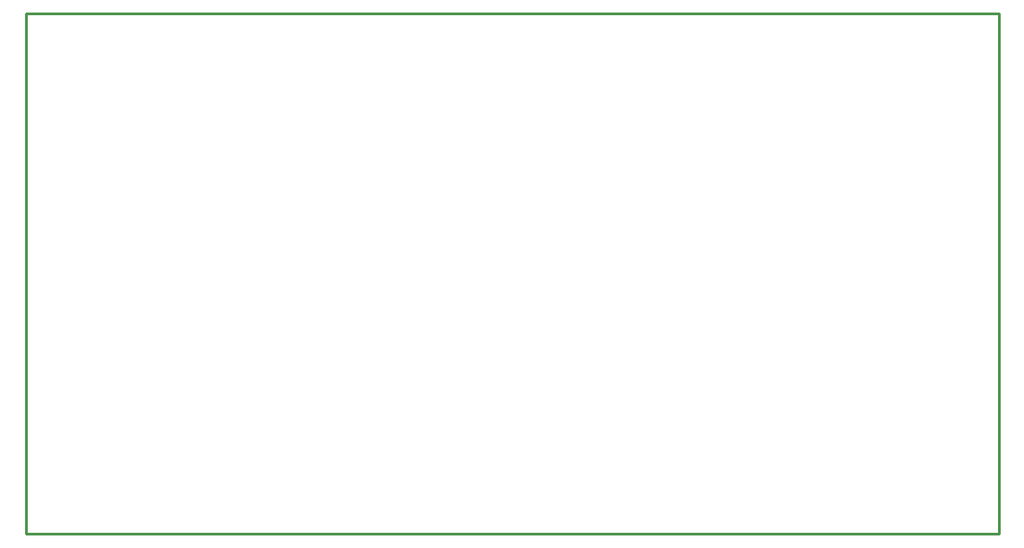
<source format=gko>
G04 Layer: BoardOutline*
G04 EasyEDA v6.4.20.6, 2021-08-10T12:41:07+02:00*
G04 b7c102a2acce44a19693fb55b2eed2e6,dded15cb907e4d9595cc142038e9c969,10*
G04 Gerber Generator version 0.2*
G04 Scale: 100 percent, Rotated: No, Reflected: No *
G04 Dimensions in millimeters *
G04 leading zeros omitted , absolute positions ,4 integer and 5 decimal *
%FSLAX45Y45*%
%MOMM*%

%ADD10C,0.2540*%
D10*
X698500Y-11315700D02*
G01*
X9893300Y-11315700D01*
X9893300Y-16230600D01*
X698500Y-16230600D01*
X698500Y-11315700D01*

%LPD*%
M02*

</source>
